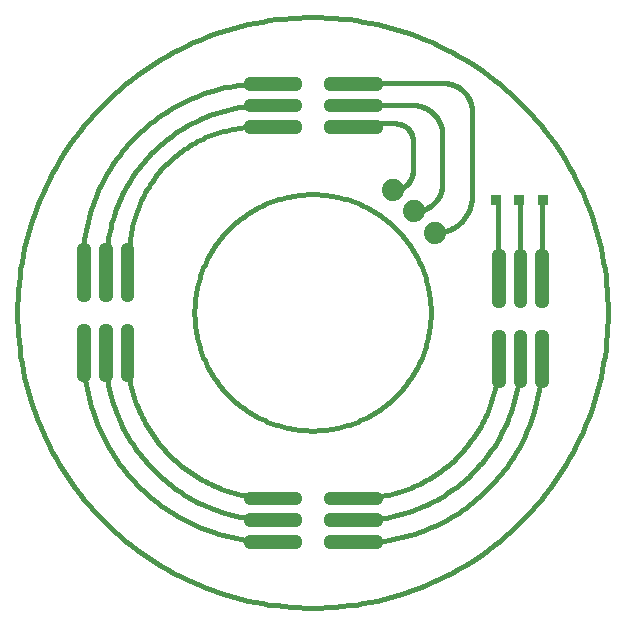
<source format=gtl>
G75*
%MOIN*%
%OFA0B0*%
%FSLAX25Y25*%
%IPPOS*%
%LPD*%
%AMOC8*
5,1,8,0,0,1.08239X$1,22.5*
%
%ADD10C,0.01600*%
%ADD11C,0.07400*%
%ADD12C,0.03780*%
%ADD13R,0.03562X0.03562*%
D10*
X0038374Y0086839D02*
X0038388Y0085668D01*
X0038431Y0084497D01*
X0038501Y0083328D01*
X0038600Y0082161D01*
X0038727Y0080997D01*
X0038883Y0079836D01*
X0039066Y0078680D01*
X0039277Y0077528D01*
X0039516Y0076381D01*
X0039782Y0075241D01*
X0040076Y0074107D01*
X0040398Y0072981D01*
X0040746Y0071862D01*
X0041121Y0070753D01*
X0041523Y0069653D01*
X0041952Y0068563D01*
X0042407Y0067484D01*
X0042887Y0066416D01*
X0043394Y0065360D01*
X0043925Y0064316D01*
X0044482Y0063286D01*
X0045064Y0062269D01*
X0045670Y0061267D01*
X0046299Y0060280D01*
X0046953Y0059308D01*
X0047630Y0058352D01*
X0048330Y0057413D01*
X0049052Y0056491D01*
X0049796Y0055587D01*
X0050562Y0054701D01*
X0051350Y0053834D01*
X0052157Y0052986D01*
X0052986Y0052157D01*
X0053834Y0051350D01*
X0054701Y0050562D01*
X0055587Y0049796D01*
X0056491Y0049052D01*
X0057413Y0048330D01*
X0058352Y0047630D01*
X0059308Y0046953D01*
X0060280Y0046299D01*
X0061267Y0045670D01*
X0062269Y0045064D01*
X0063286Y0044482D01*
X0064316Y0043925D01*
X0065360Y0043394D01*
X0066416Y0042887D01*
X0067484Y0042407D01*
X0068563Y0041952D01*
X0069653Y0041523D01*
X0070753Y0041121D01*
X0071862Y0040746D01*
X0072981Y0040398D01*
X0074107Y0040076D01*
X0075241Y0039782D01*
X0076381Y0039516D01*
X0077528Y0039277D01*
X0078680Y0039066D01*
X0079836Y0038883D01*
X0080997Y0038727D01*
X0082161Y0038600D01*
X0083328Y0038501D01*
X0084497Y0038431D01*
X0085668Y0038388D01*
X0086839Y0038374D01*
X0112036Y0023454D02*
X0115225Y0023454D01*
X0113611Y0023808D02*
X0112391Y0023808D01*
X0112354Y0023806D01*
X0112317Y0023800D01*
X0112282Y0023791D01*
X0112247Y0023777D01*
X0112214Y0023761D01*
X0112183Y0023740D01*
X0112154Y0023717D01*
X0112128Y0023691D01*
X0112105Y0023662D01*
X0112084Y0023631D01*
X0112068Y0023598D01*
X0112054Y0023563D01*
X0112045Y0023528D01*
X0112039Y0023491D01*
X0112037Y0023454D01*
X0113611Y0031091D02*
X0115580Y0031091D01*
X0115580Y0038375D02*
X0113611Y0038375D01*
X0115225Y0023454D02*
X0116709Y0023472D01*
X0118192Y0023526D01*
X0119674Y0023615D01*
X0121153Y0023741D01*
X0122628Y0023902D01*
X0124099Y0024098D01*
X0125565Y0024331D01*
X0127025Y0024598D01*
X0128478Y0024901D01*
X0129923Y0025239D01*
X0131360Y0025611D01*
X0132787Y0026018D01*
X0134204Y0026460D01*
X0135610Y0026936D01*
X0137004Y0027445D01*
X0138385Y0027988D01*
X0139753Y0028564D01*
X0141106Y0029173D01*
X0142444Y0029815D01*
X0143767Y0030489D01*
X0145073Y0031195D01*
X0146361Y0031931D01*
X0147631Y0032699D01*
X0148882Y0033498D01*
X0150114Y0034326D01*
X0151325Y0035184D01*
X0152515Y0036070D01*
X0153683Y0036986D01*
X0154829Y0037929D01*
X0155952Y0038900D01*
X0157051Y0039897D01*
X0158125Y0040921D01*
X0159175Y0041971D01*
X0160199Y0043045D01*
X0161196Y0044144D01*
X0162167Y0045267D01*
X0163110Y0046413D01*
X0164026Y0047581D01*
X0164912Y0048771D01*
X0165770Y0049982D01*
X0166598Y0051214D01*
X0167397Y0052465D01*
X0168165Y0053735D01*
X0168901Y0055023D01*
X0169607Y0056329D01*
X0170281Y0057652D01*
X0170923Y0058990D01*
X0171532Y0060343D01*
X0172108Y0061711D01*
X0172651Y0063092D01*
X0173160Y0064486D01*
X0173636Y0065892D01*
X0174078Y0067309D01*
X0174485Y0068736D01*
X0174857Y0070173D01*
X0175195Y0071618D01*
X0175498Y0073071D01*
X0175765Y0074531D01*
X0175998Y0075997D01*
X0176194Y0077468D01*
X0176355Y0078943D01*
X0176481Y0080422D01*
X0176570Y0081904D01*
X0176624Y0083387D01*
X0176642Y0084871D01*
X0176643Y0111643D02*
X0176643Y0137272D01*
X0176645Y0137309D01*
X0176651Y0137346D01*
X0176660Y0137381D01*
X0176674Y0137416D01*
X0176690Y0137449D01*
X0176711Y0137480D01*
X0176734Y0137509D01*
X0176760Y0137535D01*
X0176789Y0137558D01*
X0176820Y0137579D01*
X0176853Y0137595D01*
X0176888Y0137609D01*
X0176923Y0137618D01*
X0176960Y0137624D01*
X0176997Y0137626D01*
X0169359Y0137391D02*
X0169359Y0111643D01*
X0162076Y0111643D02*
X0162076Y0136800D01*
X0162074Y0136856D01*
X0162068Y0136913D01*
X0162059Y0136968D01*
X0162045Y0137023D01*
X0162028Y0137077D01*
X0162008Y0137129D01*
X0161983Y0137180D01*
X0161956Y0137230D01*
X0161925Y0137277D01*
X0161891Y0137322D01*
X0161853Y0137364D01*
X0161813Y0137404D01*
X0161771Y0137442D01*
X0161726Y0137476D01*
X0161679Y0137507D01*
X0161629Y0137534D01*
X0161578Y0137559D01*
X0161526Y0137579D01*
X0161472Y0137596D01*
X0161417Y0137610D01*
X0161362Y0137619D01*
X0161305Y0137625D01*
X0161249Y0137627D01*
X0169123Y0137627D02*
X0169151Y0137625D01*
X0169179Y0137620D01*
X0169207Y0137612D01*
X0169233Y0137600D01*
X0169257Y0137585D01*
X0169279Y0137568D01*
X0169300Y0137547D01*
X0169317Y0137525D01*
X0169332Y0137501D01*
X0169344Y0137475D01*
X0169352Y0137447D01*
X0169357Y0137419D01*
X0169359Y0137391D01*
X0153375Y0139106D02*
X0153375Y0167154D01*
X0153372Y0167383D01*
X0153364Y0167612D01*
X0153350Y0167841D01*
X0153331Y0168070D01*
X0153306Y0168298D01*
X0153275Y0168525D01*
X0153240Y0168751D01*
X0153198Y0168977D01*
X0153151Y0169201D01*
X0153099Y0169425D01*
X0153042Y0169647D01*
X0152979Y0169867D01*
X0152911Y0170086D01*
X0152837Y0170303D01*
X0152758Y0170518D01*
X0152675Y0170732D01*
X0152586Y0170943D01*
X0152491Y0171152D01*
X0152392Y0171359D01*
X0152288Y0171563D01*
X0152179Y0171765D01*
X0152065Y0171964D01*
X0151947Y0172160D01*
X0151823Y0172354D01*
X0151695Y0172544D01*
X0151563Y0172731D01*
X0151426Y0172915D01*
X0151285Y0173095D01*
X0151139Y0173272D01*
X0150989Y0173446D01*
X0150835Y0173615D01*
X0150677Y0173781D01*
X0150514Y0173944D01*
X0150348Y0174102D01*
X0150179Y0174256D01*
X0150005Y0174406D01*
X0149828Y0174552D01*
X0149648Y0174693D01*
X0149464Y0174830D01*
X0149277Y0174962D01*
X0149087Y0175090D01*
X0148893Y0175214D01*
X0148697Y0175332D01*
X0148498Y0175446D01*
X0148296Y0175555D01*
X0148092Y0175659D01*
X0147885Y0175758D01*
X0147676Y0175853D01*
X0147465Y0175942D01*
X0147251Y0176025D01*
X0147036Y0176104D01*
X0146819Y0176178D01*
X0146600Y0176246D01*
X0146380Y0176309D01*
X0146158Y0176366D01*
X0145934Y0176418D01*
X0145710Y0176465D01*
X0145484Y0176507D01*
X0145258Y0176542D01*
X0145031Y0176573D01*
X0144803Y0176598D01*
X0144574Y0176617D01*
X0144345Y0176631D01*
X0144116Y0176639D01*
X0143887Y0176642D01*
X0143887Y0176643D02*
X0113611Y0176643D01*
X0113611Y0169359D02*
X0133454Y0169359D01*
X0127784Y0163217D02*
X0121879Y0163217D01*
X0121877Y0163151D01*
X0121871Y0163084D01*
X0121862Y0163019D01*
X0121848Y0162954D01*
X0121831Y0162889D01*
X0121810Y0162826D01*
X0121786Y0162765D01*
X0121758Y0162704D01*
X0121726Y0162646D01*
X0121691Y0162589D01*
X0121653Y0162535D01*
X0121612Y0162483D01*
X0121568Y0162433D01*
X0121521Y0162386D01*
X0121471Y0162342D01*
X0121419Y0162301D01*
X0121365Y0162263D01*
X0121308Y0162228D01*
X0121250Y0162196D01*
X0121189Y0162168D01*
X0121128Y0162144D01*
X0121065Y0162123D01*
X0121000Y0162106D01*
X0120935Y0162092D01*
X0120870Y0162083D01*
X0120803Y0162077D01*
X0120737Y0162075D01*
X0120737Y0162076D02*
X0113611Y0162076D01*
X0127784Y0163218D02*
X0127936Y0163216D01*
X0128088Y0163210D01*
X0128240Y0163200D01*
X0128391Y0163187D01*
X0128542Y0163169D01*
X0128693Y0163148D01*
X0128843Y0163122D01*
X0128992Y0163093D01*
X0129141Y0163060D01*
X0129288Y0163023D01*
X0129435Y0162983D01*
X0129580Y0162938D01*
X0129724Y0162890D01*
X0129867Y0162838D01*
X0130009Y0162783D01*
X0130149Y0162724D01*
X0130288Y0162661D01*
X0130425Y0162595D01*
X0130560Y0162525D01*
X0130693Y0162452D01*
X0130824Y0162375D01*
X0130954Y0162295D01*
X0131081Y0162212D01*
X0131206Y0162126D01*
X0131329Y0162036D01*
X0131449Y0161943D01*
X0131567Y0161847D01*
X0131683Y0161748D01*
X0131796Y0161646D01*
X0131906Y0161542D01*
X0132014Y0161434D01*
X0132118Y0161324D01*
X0132220Y0161211D01*
X0132319Y0161095D01*
X0132415Y0160977D01*
X0132508Y0160857D01*
X0132598Y0160734D01*
X0132684Y0160609D01*
X0132767Y0160482D01*
X0132847Y0160352D01*
X0132924Y0160221D01*
X0132997Y0160088D01*
X0133067Y0159953D01*
X0133133Y0159816D01*
X0133196Y0159677D01*
X0133255Y0159537D01*
X0133310Y0159395D01*
X0133362Y0159252D01*
X0133410Y0159108D01*
X0133455Y0158963D01*
X0133495Y0158816D01*
X0133532Y0158669D01*
X0133565Y0158520D01*
X0133594Y0158371D01*
X0133620Y0158221D01*
X0133641Y0158070D01*
X0133659Y0157919D01*
X0133672Y0157768D01*
X0133682Y0157616D01*
X0133688Y0157464D01*
X0133690Y0157312D01*
X0133690Y0147706D01*
X0143533Y0143406D02*
X0143530Y0143176D01*
X0143522Y0142947D01*
X0143508Y0142718D01*
X0143489Y0142489D01*
X0143464Y0142260D01*
X0143433Y0142033D01*
X0143397Y0141806D01*
X0143356Y0141580D01*
X0143309Y0141355D01*
X0143257Y0141132D01*
X0143199Y0140909D01*
X0143136Y0140688D01*
X0143068Y0140469D01*
X0142994Y0140252D01*
X0142915Y0140036D01*
X0142831Y0139822D01*
X0142742Y0139610D01*
X0142648Y0139401D01*
X0142549Y0139194D01*
X0142444Y0138989D01*
X0142335Y0138787D01*
X0142221Y0138588D01*
X0142102Y0138391D01*
X0141979Y0138198D01*
X0141851Y0138007D01*
X0141718Y0137820D01*
X0141581Y0137636D01*
X0141439Y0137455D01*
X0141293Y0137277D01*
X0141143Y0137104D01*
X0140988Y0136934D01*
X0140830Y0136767D01*
X0140668Y0136605D01*
X0140501Y0136447D01*
X0140331Y0136292D01*
X0140158Y0136142D01*
X0139980Y0135996D01*
X0139799Y0135854D01*
X0139615Y0135717D01*
X0139428Y0135584D01*
X0139237Y0135456D01*
X0139044Y0135333D01*
X0138847Y0135214D01*
X0138648Y0135100D01*
X0138446Y0134991D01*
X0138241Y0134886D01*
X0138034Y0134787D01*
X0137825Y0134693D01*
X0137613Y0134604D01*
X0137399Y0134520D01*
X0137183Y0134441D01*
X0136966Y0134367D01*
X0136747Y0134299D01*
X0136526Y0134236D01*
X0136303Y0134178D01*
X0136080Y0134126D01*
X0135855Y0134079D01*
X0135629Y0134038D01*
X0135402Y0134002D01*
X0135175Y0133971D01*
X0134946Y0133946D01*
X0134717Y0133927D01*
X0134488Y0133913D01*
X0134259Y0133905D01*
X0134029Y0133902D01*
X0141100Y0126831D02*
X0141397Y0126835D01*
X0141693Y0126845D01*
X0141989Y0126863D01*
X0142285Y0126888D01*
X0142580Y0126920D01*
X0142874Y0126960D01*
X0143167Y0127006D01*
X0143458Y0127060D01*
X0143749Y0127120D01*
X0144038Y0127188D01*
X0144325Y0127262D01*
X0144610Y0127344D01*
X0144893Y0127432D01*
X0145174Y0127527D01*
X0145453Y0127629D01*
X0145729Y0127737D01*
X0146002Y0127852D01*
X0146273Y0127974D01*
X0146540Y0128102D01*
X0146804Y0128237D01*
X0147065Y0128378D01*
X0147323Y0128525D01*
X0147577Y0128679D01*
X0147827Y0128838D01*
X0148073Y0129004D01*
X0148315Y0129175D01*
X0148553Y0129353D01*
X0148786Y0129535D01*
X0149015Y0129724D01*
X0149240Y0129918D01*
X0149459Y0130117D01*
X0149674Y0130322D01*
X0149884Y0130532D01*
X0150089Y0130747D01*
X0150288Y0130966D01*
X0150482Y0131191D01*
X0150671Y0131420D01*
X0150853Y0131653D01*
X0151031Y0131891D01*
X0151202Y0132133D01*
X0151368Y0132379D01*
X0151527Y0132629D01*
X0151681Y0132883D01*
X0151828Y0133141D01*
X0151969Y0133402D01*
X0152104Y0133666D01*
X0152232Y0133933D01*
X0152354Y0134204D01*
X0152469Y0134477D01*
X0152577Y0134753D01*
X0152679Y0135032D01*
X0152774Y0135313D01*
X0152862Y0135596D01*
X0152944Y0135881D01*
X0153018Y0136168D01*
X0153086Y0136457D01*
X0153146Y0136748D01*
X0153200Y0137039D01*
X0153246Y0137332D01*
X0153286Y0137626D01*
X0153318Y0137921D01*
X0153343Y0138217D01*
X0153361Y0138513D01*
X0153371Y0138809D01*
X0153375Y0139106D01*
X0143532Y0143406D02*
X0143532Y0159280D01*
X0143533Y0159280D02*
X0143530Y0159524D01*
X0143521Y0159767D01*
X0143507Y0160010D01*
X0143486Y0160253D01*
X0143460Y0160495D01*
X0143427Y0160736D01*
X0143389Y0160977D01*
X0143345Y0161216D01*
X0143296Y0161455D01*
X0143240Y0161692D01*
X0143179Y0161928D01*
X0143112Y0162162D01*
X0143040Y0162395D01*
X0142962Y0162625D01*
X0142878Y0162854D01*
X0142789Y0163081D01*
X0142694Y0163305D01*
X0142594Y0163527D01*
X0142489Y0163747D01*
X0142379Y0163964D01*
X0142263Y0164178D01*
X0142142Y0164390D01*
X0142016Y0164598D01*
X0141885Y0164803D01*
X0141749Y0165006D01*
X0141608Y0165204D01*
X0141463Y0165400D01*
X0141312Y0165591D01*
X0141158Y0165779D01*
X0140998Y0165964D01*
X0140835Y0166144D01*
X0140667Y0166320D01*
X0140494Y0166493D01*
X0140318Y0166661D01*
X0140138Y0166824D01*
X0139953Y0166984D01*
X0139765Y0167138D01*
X0139574Y0167289D01*
X0139378Y0167434D01*
X0139180Y0167575D01*
X0138977Y0167711D01*
X0138772Y0167842D01*
X0138564Y0167968D01*
X0138352Y0168089D01*
X0138138Y0168205D01*
X0137921Y0168315D01*
X0137701Y0168420D01*
X0137479Y0168520D01*
X0137255Y0168615D01*
X0137028Y0168704D01*
X0136799Y0168788D01*
X0136569Y0168866D01*
X0136336Y0168938D01*
X0136102Y0169005D01*
X0135866Y0169066D01*
X0135629Y0169122D01*
X0135390Y0169171D01*
X0135151Y0169215D01*
X0134910Y0169253D01*
X0134669Y0169286D01*
X0134427Y0169312D01*
X0134184Y0169333D01*
X0133941Y0169347D01*
X0133698Y0169356D01*
X0133454Y0169359D01*
X0133689Y0147706D02*
X0133687Y0147543D01*
X0133681Y0147381D01*
X0133671Y0147218D01*
X0133658Y0147056D01*
X0133640Y0146895D01*
X0133618Y0146733D01*
X0133593Y0146573D01*
X0133564Y0146413D01*
X0133530Y0146253D01*
X0133493Y0146095D01*
X0133453Y0145937D01*
X0133408Y0145781D01*
X0133360Y0145626D01*
X0133307Y0145472D01*
X0133252Y0145319D01*
X0133192Y0145167D01*
X0133129Y0145017D01*
X0133062Y0144869D01*
X0132992Y0144722D01*
X0132918Y0144577D01*
X0132841Y0144434D01*
X0132760Y0144293D01*
X0132676Y0144154D01*
X0132588Y0144017D01*
X0132497Y0143882D01*
X0132403Y0143749D01*
X0132306Y0143619D01*
X0132206Y0143491D01*
X0132102Y0143365D01*
X0131996Y0143242D01*
X0131887Y0143121D01*
X0131774Y0143004D01*
X0131659Y0142889D01*
X0131542Y0142776D01*
X0131421Y0142667D01*
X0131298Y0142561D01*
X0131172Y0142457D01*
X0131044Y0142357D01*
X0130914Y0142260D01*
X0130781Y0142166D01*
X0130646Y0142075D01*
X0130509Y0141987D01*
X0130370Y0141903D01*
X0130229Y0141822D01*
X0130086Y0141745D01*
X0129941Y0141671D01*
X0129794Y0141601D01*
X0129646Y0141534D01*
X0129496Y0141471D01*
X0129344Y0141411D01*
X0129191Y0141356D01*
X0129037Y0141303D01*
X0128882Y0141255D01*
X0128726Y0141210D01*
X0128568Y0141170D01*
X0128410Y0141133D01*
X0128250Y0141099D01*
X0128090Y0141070D01*
X0127930Y0141045D01*
X0127768Y0141023D01*
X0127607Y0141005D01*
X0127445Y0140992D01*
X0127282Y0140982D01*
X0127120Y0140976D01*
X0126957Y0140974D01*
X0086839Y0162076D02*
X0081367Y0162076D01*
X0084713Y0169359D02*
X0086839Y0169359D01*
X0086839Y0176643D02*
X0084123Y0176643D01*
X0081367Y0162075D02*
X0080348Y0162063D01*
X0079330Y0162026D01*
X0078313Y0161964D01*
X0077297Y0161878D01*
X0076285Y0161768D01*
X0075275Y0161633D01*
X0074268Y0161473D01*
X0073266Y0161289D01*
X0072268Y0161082D01*
X0071276Y0160850D01*
X0070290Y0160594D01*
X0069310Y0160314D01*
X0068337Y0160011D01*
X0067372Y0159685D01*
X0066415Y0159335D01*
X0065467Y0158962D01*
X0064528Y0158567D01*
X0063599Y0158148D01*
X0062680Y0157708D01*
X0061772Y0157245D01*
X0060876Y0156761D01*
X0059991Y0156255D01*
X0059119Y0155728D01*
X0058260Y0155180D01*
X0057415Y0154611D01*
X0056583Y0154022D01*
X0055766Y0153413D01*
X0054964Y0152785D01*
X0054177Y0152137D01*
X0053406Y0151471D01*
X0052652Y0150786D01*
X0051914Y0150083D01*
X0051194Y0149363D01*
X0050491Y0148625D01*
X0049806Y0147871D01*
X0049140Y0147100D01*
X0048492Y0146313D01*
X0047864Y0145511D01*
X0047255Y0144694D01*
X0046666Y0143862D01*
X0046097Y0143017D01*
X0045549Y0142158D01*
X0045022Y0141286D01*
X0044516Y0140401D01*
X0044032Y0139505D01*
X0043569Y0138597D01*
X0043129Y0137678D01*
X0042710Y0136749D01*
X0042315Y0135810D01*
X0041942Y0134862D01*
X0041592Y0133905D01*
X0041266Y0132940D01*
X0040963Y0131967D01*
X0040683Y0130987D01*
X0040427Y0130001D01*
X0040195Y0129009D01*
X0039988Y0128011D01*
X0039804Y0127009D01*
X0039644Y0126002D01*
X0039509Y0124992D01*
X0039399Y0123980D01*
X0039313Y0122964D01*
X0039251Y0121947D01*
X0039214Y0120929D01*
X0039202Y0119910D01*
X0039202Y0114438D01*
X0039200Y0114382D01*
X0039194Y0114325D01*
X0039185Y0114270D01*
X0039171Y0114215D01*
X0039154Y0114161D01*
X0039134Y0114109D01*
X0039109Y0114058D01*
X0039082Y0114008D01*
X0039051Y0113961D01*
X0039017Y0113916D01*
X0038979Y0113874D01*
X0038939Y0113834D01*
X0038897Y0113796D01*
X0038852Y0113762D01*
X0038805Y0113731D01*
X0038755Y0113704D01*
X0038704Y0113679D01*
X0038652Y0113659D01*
X0038598Y0113642D01*
X0038543Y0113628D01*
X0038488Y0113619D01*
X0038431Y0113613D01*
X0038375Y0113611D01*
X0031328Y0113847D02*
X0031328Y0115973D01*
X0031327Y0113847D02*
X0031325Y0113819D01*
X0031320Y0113791D01*
X0031312Y0113763D01*
X0031300Y0113737D01*
X0031285Y0113713D01*
X0031268Y0113691D01*
X0031247Y0113670D01*
X0031225Y0113653D01*
X0031201Y0113638D01*
X0031175Y0113626D01*
X0031147Y0113618D01*
X0031119Y0113613D01*
X0031091Y0113611D01*
X0023808Y0113611D02*
X0023771Y0113613D01*
X0023734Y0113619D01*
X0023699Y0113628D01*
X0023664Y0113642D01*
X0023631Y0113658D01*
X0023600Y0113679D01*
X0023571Y0113702D01*
X0023545Y0113728D01*
X0023522Y0113757D01*
X0023501Y0113788D01*
X0023485Y0113821D01*
X0023471Y0113856D01*
X0023462Y0113891D01*
X0023456Y0113928D01*
X0023454Y0113965D01*
X0023454Y0115973D01*
X0023472Y0117439D01*
X0023525Y0118904D01*
X0023613Y0120368D01*
X0023737Y0121828D01*
X0023896Y0123286D01*
X0024091Y0124739D01*
X0024320Y0126187D01*
X0024584Y0127629D01*
X0024883Y0129064D01*
X0025217Y0130492D01*
X0025585Y0131911D01*
X0025987Y0133321D01*
X0026423Y0134721D01*
X0026893Y0136110D01*
X0027396Y0137487D01*
X0027933Y0138851D01*
X0028502Y0140202D01*
X0029104Y0141539D01*
X0029738Y0142861D01*
X0030403Y0144167D01*
X0031100Y0145457D01*
X0031828Y0146730D01*
X0032587Y0147984D01*
X0033375Y0149220D01*
X0034193Y0150437D01*
X0035041Y0151633D01*
X0035917Y0152809D01*
X0036821Y0153963D01*
X0037753Y0155095D01*
X0038712Y0156204D01*
X0039697Y0157290D01*
X0040708Y0158351D01*
X0041745Y0159388D01*
X0042806Y0160399D01*
X0043892Y0161384D01*
X0045001Y0162343D01*
X0046133Y0163275D01*
X0047287Y0164179D01*
X0048463Y0165055D01*
X0049659Y0165903D01*
X0050876Y0166721D01*
X0052112Y0167509D01*
X0053366Y0168268D01*
X0054639Y0168996D01*
X0055929Y0169693D01*
X0057235Y0170358D01*
X0058557Y0170992D01*
X0059894Y0171594D01*
X0061245Y0172163D01*
X0062609Y0172700D01*
X0063986Y0173203D01*
X0065375Y0173673D01*
X0066775Y0174109D01*
X0068185Y0174511D01*
X0069604Y0174879D01*
X0071032Y0175213D01*
X0072467Y0175512D01*
X0073909Y0175776D01*
X0075357Y0176005D01*
X0076810Y0176200D01*
X0078268Y0176359D01*
X0079728Y0176483D01*
X0081192Y0176571D01*
X0082657Y0176624D01*
X0084123Y0176642D01*
X0084713Y0169359D02*
X0083423Y0169343D01*
X0082134Y0169297D01*
X0080846Y0169219D01*
X0079561Y0169110D01*
X0078278Y0168970D01*
X0076999Y0168799D01*
X0075725Y0168597D01*
X0074456Y0168364D01*
X0073193Y0168101D01*
X0071937Y0167808D01*
X0070688Y0167484D01*
X0069448Y0167130D01*
X0068216Y0166746D01*
X0066994Y0166333D01*
X0065782Y0165890D01*
X0064581Y0165418D01*
X0063393Y0164917D01*
X0062216Y0164387D01*
X0061053Y0163830D01*
X0059903Y0163244D01*
X0058768Y0162631D01*
X0057648Y0161990D01*
X0056544Y0161323D01*
X0055457Y0160629D01*
X0054386Y0159909D01*
X0053333Y0159163D01*
X0052299Y0158392D01*
X0051283Y0157597D01*
X0050287Y0156777D01*
X0049312Y0155933D01*
X0048356Y0155066D01*
X0047422Y0154176D01*
X0046510Y0153264D01*
X0045620Y0152330D01*
X0044753Y0151374D01*
X0043909Y0150399D01*
X0043089Y0149403D01*
X0042294Y0148387D01*
X0041523Y0147353D01*
X0040777Y0146300D01*
X0040057Y0145229D01*
X0039363Y0144142D01*
X0038696Y0143038D01*
X0038055Y0141918D01*
X0037442Y0140783D01*
X0036856Y0139633D01*
X0036299Y0138470D01*
X0035769Y0137293D01*
X0035268Y0136105D01*
X0034796Y0134904D01*
X0034353Y0133692D01*
X0033940Y0132470D01*
X0033556Y0131238D01*
X0033202Y0129998D01*
X0032878Y0128749D01*
X0032585Y0127493D01*
X0032322Y0126230D01*
X0032089Y0124961D01*
X0031887Y0123687D01*
X0031716Y0122408D01*
X0031576Y0121125D01*
X0031467Y0119840D01*
X0031389Y0118552D01*
X0031343Y0117263D01*
X0031327Y0115973D01*
X0031091Y0086839D02*
X0031107Y0085492D01*
X0031156Y0084146D01*
X0031237Y0082801D01*
X0031351Y0081459D01*
X0031497Y0080119D01*
X0031676Y0078784D01*
X0031887Y0077453D01*
X0032130Y0076128D01*
X0032404Y0074809D01*
X0032711Y0073498D01*
X0033049Y0072194D01*
X0033419Y0070898D01*
X0033820Y0069612D01*
X0034251Y0068336D01*
X0034714Y0067070D01*
X0035207Y0065817D01*
X0035730Y0064575D01*
X0036283Y0063347D01*
X0036865Y0062132D01*
X0037477Y0060932D01*
X0038117Y0059746D01*
X0038786Y0058577D01*
X0039483Y0057424D01*
X0040207Y0056288D01*
X0040959Y0055171D01*
X0041738Y0054071D01*
X0042543Y0052991D01*
X0043374Y0051930D01*
X0044230Y0050890D01*
X0045111Y0049871D01*
X0046016Y0048874D01*
X0046946Y0047898D01*
X0047898Y0046946D01*
X0048874Y0046016D01*
X0049871Y0045111D01*
X0050890Y0044230D01*
X0051930Y0043374D01*
X0052991Y0042543D01*
X0054071Y0041738D01*
X0055171Y0040959D01*
X0056288Y0040207D01*
X0057424Y0039483D01*
X0058577Y0038786D01*
X0059746Y0038117D01*
X0060932Y0037477D01*
X0062132Y0036865D01*
X0063347Y0036283D01*
X0064575Y0035730D01*
X0065817Y0035207D01*
X0067070Y0034714D01*
X0068336Y0034251D01*
X0069612Y0033820D01*
X0070898Y0033419D01*
X0072194Y0033049D01*
X0073498Y0032711D01*
X0074809Y0032404D01*
X0076128Y0032130D01*
X0077453Y0031887D01*
X0078784Y0031676D01*
X0080119Y0031497D01*
X0081459Y0031351D01*
X0082801Y0031237D01*
X0084146Y0031156D01*
X0085492Y0031107D01*
X0086839Y0031091D01*
X0115580Y0038375D02*
X0116704Y0038389D01*
X0117826Y0038429D01*
X0118948Y0038497D01*
X0120068Y0038592D01*
X0121184Y0038714D01*
X0122298Y0038863D01*
X0123408Y0039039D01*
X0124513Y0039241D01*
X0125613Y0039470D01*
X0126707Y0039726D01*
X0127795Y0040008D01*
X0128875Y0040316D01*
X0129948Y0040651D01*
X0131012Y0041011D01*
X0132068Y0041396D01*
X0133113Y0041808D01*
X0134149Y0042244D01*
X0135173Y0042705D01*
X0136187Y0043191D01*
X0137188Y0043701D01*
X0138176Y0044235D01*
X0139152Y0044793D01*
X0140113Y0045374D01*
X0141060Y0045978D01*
X0141993Y0046606D01*
X0142910Y0047255D01*
X0143811Y0047926D01*
X0144695Y0048619D01*
X0145563Y0049333D01*
X0146413Y0050068D01*
X0147245Y0050823D01*
X0148058Y0051599D01*
X0148852Y0052393D01*
X0149628Y0053206D01*
X0150383Y0054038D01*
X0151118Y0054888D01*
X0151832Y0055756D01*
X0152525Y0056640D01*
X0153196Y0057541D01*
X0153845Y0058458D01*
X0154473Y0059391D01*
X0155077Y0060338D01*
X0155658Y0061299D01*
X0156216Y0062275D01*
X0156750Y0063263D01*
X0157260Y0064264D01*
X0157746Y0065278D01*
X0158207Y0066302D01*
X0158643Y0067338D01*
X0159055Y0068383D01*
X0159440Y0069439D01*
X0159800Y0070503D01*
X0160135Y0071576D01*
X0160443Y0072656D01*
X0160725Y0073744D01*
X0160981Y0074838D01*
X0161210Y0075938D01*
X0161412Y0077043D01*
X0161588Y0078153D01*
X0161737Y0079267D01*
X0161859Y0080383D01*
X0161954Y0081503D01*
X0162022Y0082625D01*
X0162062Y0083747D01*
X0162076Y0084871D01*
X0169360Y0084871D02*
X0169344Y0083571D01*
X0169297Y0082273D01*
X0169219Y0080975D01*
X0169109Y0079680D01*
X0168968Y0078389D01*
X0168796Y0077100D01*
X0168592Y0075817D01*
X0168358Y0074538D01*
X0168093Y0073266D01*
X0167797Y0072001D01*
X0167471Y0070743D01*
X0167114Y0069493D01*
X0166728Y0068252D01*
X0166311Y0067021D01*
X0165865Y0065800D01*
X0165390Y0064591D01*
X0164885Y0063393D01*
X0164352Y0062208D01*
X0163790Y0061036D01*
X0163200Y0059878D01*
X0162582Y0058735D01*
X0161937Y0057607D01*
X0161264Y0056495D01*
X0160565Y0055399D01*
X0159840Y0054320D01*
X0159089Y0053260D01*
X0158312Y0052218D01*
X0157511Y0051195D01*
X0156685Y0050191D01*
X0155835Y0049208D01*
X0154961Y0048246D01*
X0154065Y0047305D01*
X0153146Y0046386D01*
X0152205Y0045490D01*
X0151243Y0044616D01*
X0150260Y0043766D01*
X0149256Y0042940D01*
X0148233Y0042139D01*
X0147191Y0041362D01*
X0146131Y0040611D01*
X0145052Y0039886D01*
X0143956Y0039187D01*
X0142844Y0038514D01*
X0141716Y0037869D01*
X0140573Y0037251D01*
X0139415Y0036661D01*
X0138243Y0036099D01*
X0137058Y0035566D01*
X0135860Y0035061D01*
X0134651Y0034586D01*
X0133430Y0034140D01*
X0132199Y0033723D01*
X0130958Y0033337D01*
X0129708Y0032980D01*
X0128450Y0032654D01*
X0127185Y0032358D01*
X0125913Y0032093D01*
X0124634Y0031859D01*
X0123351Y0031655D01*
X0122062Y0031483D01*
X0120771Y0031342D01*
X0119476Y0031232D01*
X0118178Y0031154D01*
X0116880Y0031107D01*
X0115580Y0031091D01*
X0086839Y0023808D02*
X0085316Y0023826D01*
X0083794Y0023882D01*
X0082273Y0023974D01*
X0080756Y0024102D01*
X0079241Y0024268D01*
X0077732Y0024469D01*
X0076227Y0024708D01*
X0074729Y0024982D01*
X0073238Y0025293D01*
X0071755Y0025640D01*
X0070280Y0026022D01*
X0068816Y0026440D01*
X0067361Y0026893D01*
X0065919Y0027381D01*
X0064488Y0027904D01*
X0063070Y0028461D01*
X0061667Y0029053D01*
X0060278Y0029678D01*
X0058904Y0030336D01*
X0057547Y0031028D01*
X0056207Y0031752D01*
X0054885Y0032508D01*
X0053581Y0033296D01*
X0052297Y0034115D01*
X0051033Y0034966D01*
X0049790Y0035846D01*
X0048569Y0036756D01*
X0047370Y0037695D01*
X0046194Y0038663D01*
X0045042Y0039660D01*
X0043914Y0040683D01*
X0042811Y0041734D01*
X0041734Y0042811D01*
X0040683Y0043914D01*
X0039660Y0045042D01*
X0038663Y0046194D01*
X0037695Y0047370D01*
X0036756Y0048569D01*
X0035846Y0049790D01*
X0034966Y0051033D01*
X0034115Y0052297D01*
X0033296Y0053581D01*
X0032508Y0054885D01*
X0031752Y0056207D01*
X0031028Y0057547D01*
X0030336Y0058904D01*
X0029678Y0060278D01*
X0029053Y0061667D01*
X0028461Y0063070D01*
X0027904Y0064488D01*
X0027381Y0065919D01*
X0026893Y0067361D01*
X0026440Y0068816D01*
X0026022Y0070280D01*
X0025640Y0071755D01*
X0025293Y0073238D01*
X0024982Y0074729D01*
X0024708Y0076227D01*
X0024469Y0077732D01*
X0024268Y0079241D01*
X0024102Y0080756D01*
X0023974Y0082273D01*
X0023882Y0083794D01*
X0023826Y0085316D01*
X0023808Y0086839D01*
X0060855Y0100225D02*
X0060867Y0101191D01*
X0060902Y0102157D01*
X0060962Y0103121D01*
X0061045Y0104084D01*
X0061151Y0105044D01*
X0061281Y0106002D01*
X0061435Y0106956D01*
X0061611Y0107906D01*
X0061812Y0108851D01*
X0062035Y0109791D01*
X0062281Y0110725D01*
X0062550Y0111654D01*
X0062842Y0112575D01*
X0063156Y0113488D01*
X0063493Y0114394D01*
X0063852Y0115291D01*
X0064233Y0116179D01*
X0064635Y0117058D01*
X0065059Y0117926D01*
X0065504Y0118784D01*
X0065970Y0119630D01*
X0066456Y0120465D01*
X0066963Y0121288D01*
X0067490Y0122098D01*
X0068037Y0122895D01*
X0068603Y0123678D01*
X0069188Y0124447D01*
X0069792Y0125201D01*
X0070414Y0125940D01*
X0071054Y0126664D01*
X0071711Y0127372D01*
X0072386Y0128064D01*
X0073078Y0128739D01*
X0073786Y0129396D01*
X0074510Y0130036D01*
X0075249Y0130658D01*
X0076003Y0131262D01*
X0076772Y0131847D01*
X0077555Y0132413D01*
X0078352Y0132960D01*
X0079162Y0133487D01*
X0079985Y0133994D01*
X0080820Y0134480D01*
X0081666Y0134946D01*
X0082524Y0135391D01*
X0083392Y0135815D01*
X0084271Y0136217D01*
X0085159Y0136598D01*
X0086056Y0136957D01*
X0086962Y0137294D01*
X0087875Y0137608D01*
X0088796Y0137900D01*
X0089725Y0138169D01*
X0090659Y0138415D01*
X0091599Y0138638D01*
X0092544Y0138839D01*
X0093494Y0139015D01*
X0094448Y0139169D01*
X0095406Y0139299D01*
X0096366Y0139405D01*
X0097329Y0139488D01*
X0098293Y0139548D01*
X0099259Y0139583D01*
X0100225Y0139595D01*
X0101191Y0139583D01*
X0102157Y0139548D01*
X0103121Y0139488D01*
X0104084Y0139405D01*
X0105044Y0139299D01*
X0106002Y0139169D01*
X0106956Y0139015D01*
X0107906Y0138839D01*
X0108851Y0138638D01*
X0109791Y0138415D01*
X0110725Y0138169D01*
X0111654Y0137900D01*
X0112575Y0137608D01*
X0113488Y0137294D01*
X0114394Y0136957D01*
X0115291Y0136598D01*
X0116179Y0136217D01*
X0117058Y0135815D01*
X0117926Y0135391D01*
X0118784Y0134946D01*
X0119630Y0134480D01*
X0120465Y0133994D01*
X0121288Y0133487D01*
X0122098Y0132960D01*
X0122895Y0132413D01*
X0123678Y0131847D01*
X0124447Y0131262D01*
X0125201Y0130658D01*
X0125940Y0130036D01*
X0126664Y0129396D01*
X0127372Y0128739D01*
X0128064Y0128064D01*
X0128739Y0127372D01*
X0129396Y0126664D01*
X0130036Y0125940D01*
X0130658Y0125201D01*
X0131262Y0124447D01*
X0131847Y0123678D01*
X0132413Y0122895D01*
X0132960Y0122098D01*
X0133487Y0121288D01*
X0133994Y0120465D01*
X0134480Y0119630D01*
X0134946Y0118784D01*
X0135391Y0117926D01*
X0135815Y0117058D01*
X0136217Y0116179D01*
X0136598Y0115291D01*
X0136957Y0114394D01*
X0137294Y0113488D01*
X0137608Y0112575D01*
X0137900Y0111654D01*
X0138169Y0110725D01*
X0138415Y0109791D01*
X0138638Y0108851D01*
X0138839Y0107906D01*
X0139015Y0106956D01*
X0139169Y0106002D01*
X0139299Y0105044D01*
X0139405Y0104084D01*
X0139488Y0103121D01*
X0139548Y0102157D01*
X0139583Y0101191D01*
X0139595Y0100225D01*
X0139583Y0099259D01*
X0139548Y0098293D01*
X0139488Y0097329D01*
X0139405Y0096366D01*
X0139299Y0095406D01*
X0139169Y0094448D01*
X0139015Y0093494D01*
X0138839Y0092544D01*
X0138638Y0091599D01*
X0138415Y0090659D01*
X0138169Y0089725D01*
X0137900Y0088796D01*
X0137608Y0087875D01*
X0137294Y0086962D01*
X0136957Y0086056D01*
X0136598Y0085159D01*
X0136217Y0084271D01*
X0135815Y0083392D01*
X0135391Y0082524D01*
X0134946Y0081666D01*
X0134480Y0080820D01*
X0133994Y0079985D01*
X0133487Y0079162D01*
X0132960Y0078352D01*
X0132413Y0077555D01*
X0131847Y0076772D01*
X0131262Y0076003D01*
X0130658Y0075249D01*
X0130036Y0074510D01*
X0129396Y0073786D01*
X0128739Y0073078D01*
X0128064Y0072386D01*
X0127372Y0071711D01*
X0126664Y0071054D01*
X0125940Y0070414D01*
X0125201Y0069792D01*
X0124447Y0069188D01*
X0123678Y0068603D01*
X0122895Y0068037D01*
X0122098Y0067490D01*
X0121288Y0066963D01*
X0120465Y0066456D01*
X0119630Y0065970D01*
X0118784Y0065504D01*
X0117926Y0065059D01*
X0117058Y0064635D01*
X0116179Y0064233D01*
X0115291Y0063852D01*
X0114394Y0063493D01*
X0113488Y0063156D01*
X0112575Y0062842D01*
X0111654Y0062550D01*
X0110725Y0062281D01*
X0109791Y0062035D01*
X0108851Y0061812D01*
X0107906Y0061611D01*
X0106956Y0061435D01*
X0106002Y0061281D01*
X0105044Y0061151D01*
X0104084Y0061045D01*
X0103121Y0060962D01*
X0102157Y0060902D01*
X0101191Y0060867D01*
X0100225Y0060855D01*
X0099259Y0060867D01*
X0098293Y0060902D01*
X0097329Y0060962D01*
X0096366Y0061045D01*
X0095406Y0061151D01*
X0094448Y0061281D01*
X0093494Y0061435D01*
X0092544Y0061611D01*
X0091599Y0061812D01*
X0090659Y0062035D01*
X0089725Y0062281D01*
X0088796Y0062550D01*
X0087875Y0062842D01*
X0086962Y0063156D01*
X0086056Y0063493D01*
X0085159Y0063852D01*
X0084271Y0064233D01*
X0083392Y0064635D01*
X0082524Y0065059D01*
X0081666Y0065504D01*
X0080820Y0065970D01*
X0079985Y0066456D01*
X0079162Y0066963D01*
X0078352Y0067490D01*
X0077555Y0068037D01*
X0076772Y0068603D01*
X0076003Y0069188D01*
X0075249Y0069792D01*
X0074510Y0070414D01*
X0073786Y0071054D01*
X0073078Y0071711D01*
X0072386Y0072386D01*
X0071711Y0073078D01*
X0071054Y0073786D01*
X0070414Y0074510D01*
X0069792Y0075249D01*
X0069188Y0076003D01*
X0068603Y0076772D01*
X0068037Y0077555D01*
X0067490Y0078352D01*
X0066963Y0079162D01*
X0066456Y0079985D01*
X0065970Y0080820D01*
X0065504Y0081666D01*
X0065059Y0082524D01*
X0064635Y0083392D01*
X0064233Y0084271D01*
X0063852Y0085159D01*
X0063493Y0086056D01*
X0063156Y0086962D01*
X0062842Y0087875D01*
X0062550Y0088796D01*
X0062281Y0089725D01*
X0062035Y0090659D01*
X0061812Y0091599D01*
X0061611Y0092544D01*
X0061435Y0093494D01*
X0061281Y0094448D01*
X0061151Y0095406D01*
X0061045Y0096366D01*
X0060962Y0097329D01*
X0060902Y0098293D01*
X0060867Y0099259D01*
X0060855Y0100225D01*
X0001800Y0100225D02*
X0001830Y0102640D01*
X0001919Y0105054D01*
X0002067Y0107466D01*
X0002274Y0109872D01*
X0002540Y0112273D01*
X0002865Y0114667D01*
X0003249Y0117052D01*
X0003691Y0119427D01*
X0004192Y0121790D01*
X0004750Y0124140D01*
X0005365Y0126476D01*
X0006038Y0128796D01*
X0006768Y0131099D01*
X0007554Y0133383D01*
X0008395Y0135648D01*
X0009292Y0137891D01*
X0010244Y0140111D01*
X0011250Y0142307D01*
X0012309Y0144478D01*
X0013422Y0146622D01*
X0014587Y0148739D01*
X0015803Y0150826D01*
X0017070Y0152882D01*
X0018388Y0154907D01*
X0019754Y0156899D01*
X0021169Y0158857D01*
X0022632Y0160779D01*
X0024141Y0162665D01*
X0025697Y0164514D01*
X0027297Y0166323D01*
X0028941Y0168093D01*
X0030628Y0169822D01*
X0032357Y0171509D01*
X0034127Y0173153D01*
X0035936Y0174753D01*
X0037785Y0176309D01*
X0039671Y0177818D01*
X0041593Y0179281D01*
X0043551Y0180696D01*
X0045543Y0182062D01*
X0047568Y0183380D01*
X0049624Y0184647D01*
X0051711Y0185863D01*
X0053828Y0187028D01*
X0055972Y0188141D01*
X0058143Y0189200D01*
X0060339Y0190206D01*
X0062559Y0191158D01*
X0064802Y0192055D01*
X0067067Y0192896D01*
X0069351Y0193682D01*
X0071654Y0194412D01*
X0073974Y0195085D01*
X0076310Y0195700D01*
X0078660Y0196258D01*
X0081023Y0196759D01*
X0083398Y0197201D01*
X0085783Y0197585D01*
X0088177Y0197910D01*
X0090578Y0198176D01*
X0092984Y0198383D01*
X0095396Y0198531D01*
X0097810Y0198620D01*
X0100225Y0198650D01*
X0102640Y0198620D01*
X0105054Y0198531D01*
X0107466Y0198383D01*
X0109872Y0198176D01*
X0112273Y0197910D01*
X0114667Y0197585D01*
X0117052Y0197201D01*
X0119427Y0196759D01*
X0121790Y0196258D01*
X0124140Y0195700D01*
X0126476Y0195085D01*
X0128796Y0194412D01*
X0131099Y0193682D01*
X0133383Y0192896D01*
X0135648Y0192055D01*
X0137891Y0191158D01*
X0140111Y0190206D01*
X0142307Y0189200D01*
X0144478Y0188141D01*
X0146622Y0187028D01*
X0148739Y0185863D01*
X0150826Y0184647D01*
X0152882Y0183380D01*
X0154907Y0182062D01*
X0156899Y0180696D01*
X0158857Y0179281D01*
X0160779Y0177818D01*
X0162665Y0176309D01*
X0164514Y0174753D01*
X0166323Y0173153D01*
X0168093Y0171509D01*
X0169822Y0169822D01*
X0171509Y0168093D01*
X0173153Y0166323D01*
X0174753Y0164514D01*
X0176309Y0162665D01*
X0177818Y0160779D01*
X0179281Y0158857D01*
X0180696Y0156899D01*
X0182062Y0154907D01*
X0183380Y0152882D01*
X0184647Y0150826D01*
X0185863Y0148739D01*
X0187028Y0146622D01*
X0188141Y0144478D01*
X0189200Y0142307D01*
X0190206Y0140111D01*
X0191158Y0137891D01*
X0192055Y0135648D01*
X0192896Y0133383D01*
X0193682Y0131099D01*
X0194412Y0128796D01*
X0195085Y0126476D01*
X0195700Y0124140D01*
X0196258Y0121790D01*
X0196759Y0119427D01*
X0197201Y0117052D01*
X0197585Y0114667D01*
X0197910Y0112273D01*
X0198176Y0109872D01*
X0198383Y0107466D01*
X0198531Y0105054D01*
X0198620Y0102640D01*
X0198650Y0100225D01*
X0198620Y0097810D01*
X0198531Y0095396D01*
X0198383Y0092984D01*
X0198176Y0090578D01*
X0197910Y0088177D01*
X0197585Y0085783D01*
X0197201Y0083398D01*
X0196759Y0081023D01*
X0196258Y0078660D01*
X0195700Y0076310D01*
X0195085Y0073974D01*
X0194412Y0071654D01*
X0193682Y0069351D01*
X0192896Y0067067D01*
X0192055Y0064802D01*
X0191158Y0062559D01*
X0190206Y0060339D01*
X0189200Y0058143D01*
X0188141Y0055972D01*
X0187028Y0053828D01*
X0185863Y0051711D01*
X0184647Y0049624D01*
X0183380Y0047568D01*
X0182062Y0045543D01*
X0180696Y0043551D01*
X0179281Y0041593D01*
X0177818Y0039671D01*
X0176309Y0037785D01*
X0174753Y0035936D01*
X0173153Y0034127D01*
X0171509Y0032357D01*
X0169822Y0030628D01*
X0168093Y0028941D01*
X0166323Y0027297D01*
X0164514Y0025697D01*
X0162665Y0024141D01*
X0160779Y0022632D01*
X0158857Y0021169D01*
X0156899Y0019754D01*
X0154907Y0018388D01*
X0152882Y0017070D01*
X0150826Y0015803D01*
X0148739Y0014587D01*
X0146622Y0013422D01*
X0144478Y0012309D01*
X0142307Y0011250D01*
X0140111Y0010244D01*
X0137891Y0009292D01*
X0135648Y0008395D01*
X0133383Y0007554D01*
X0131099Y0006768D01*
X0128796Y0006038D01*
X0126476Y0005365D01*
X0124140Y0004750D01*
X0121790Y0004192D01*
X0119427Y0003691D01*
X0117052Y0003249D01*
X0114667Y0002865D01*
X0112273Y0002540D01*
X0109872Y0002274D01*
X0107466Y0002067D01*
X0105054Y0001919D01*
X0102640Y0001830D01*
X0100225Y0001800D01*
X0097810Y0001830D01*
X0095396Y0001919D01*
X0092984Y0002067D01*
X0090578Y0002274D01*
X0088177Y0002540D01*
X0085783Y0002865D01*
X0083398Y0003249D01*
X0081023Y0003691D01*
X0078660Y0004192D01*
X0076310Y0004750D01*
X0073974Y0005365D01*
X0071654Y0006038D01*
X0069351Y0006768D01*
X0067067Y0007554D01*
X0064802Y0008395D01*
X0062559Y0009292D01*
X0060339Y0010244D01*
X0058143Y0011250D01*
X0055972Y0012309D01*
X0053828Y0013422D01*
X0051711Y0014587D01*
X0049624Y0015803D01*
X0047568Y0017070D01*
X0045543Y0018388D01*
X0043551Y0019754D01*
X0041593Y0021169D01*
X0039671Y0022632D01*
X0037785Y0024141D01*
X0035936Y0025697D01*
X0034127Y0027297D01*
X0032357Y0028941D01*
X0030628Y0030628D01*
X0028941Y0032357D01*
X0027297Y0034127D01*
X0025697Y0035936D01*
X0024141Y0037785D01*
X0022632Y0039671D01*
X0021169Y0041593D01*
X0019754Y0043551D01*
X0018388Y0045543D01*
X0017070Y0047568D01*
X0015803Y0049624D01*
X0014587Y0051711D01*
X0013422Y0053828D01*
X0012309Y0055972D01*
X0011250Y0058143D01*
X0010244Y0060339D01*
X0009292Y0062559D01*
X0008395Y0064802D01*
X0007554Y0067067D01*
X0006768Y0069351D01*
X0006038Y0071654D01*
X0005365Y0073974D01*
X0004750Y0076310D01*
X0004192Y0078660D01*
X0003691Y0081023D01*
X0003249Y0083398D01*
X0002865Y0085783D01*
X0002540Y0088177D01*
X0002274Y0090578D01*
X0002067Y0092984D01*
X0001919Y0095396D01*
X0001830Y0097810D01*
X0001800Y0100225D01*
D11*
X0126957Y0140973D03*
X0134029Y0133902D03*
X0141100Y0126831D03*
D12*
X0024280Y0094791D02*
X0024280Y0078887D01*
X0023336Y0078887D01*
X0023336Y0094791D01*
X0024280Y0094791D01*
X0024280Y0082666D02*
X0023336Y0082666D01*
X0023336Y0086445D02*
X0024280Y0086445D01*
X0024280Y0090224D02*
X0023336Y0090224D01*
X0023336Y0094003D02*
X0024280Y0094003D01*
X0031563Y0094791D02*
X0031563Y0078887D01*
X0030619Y0078887D01*
X0030619Y0094791D01*
X0031563Y0094791D01*
X0031563Y0082666D02*
X0030619Y0082666D01*
X0030619Y0086445D02*
X0031563Y0086445D01*
X0031563Y0090224D02*
X0030619Y0090224D01*
X0030619Y0094003D02*
X0031563Y0094003D01*
X0038847Y0094791D02*
X0038847Y0078887D01*
X0037903Y0078887D01*
X0037903Y0094791D01*
X0038847Y0094791D01*
X0038847Y0082666D02*
X0037903Y0082666D01*
X0037903Y0086445D02*
X0038847Y0086445D01*
X0038847Y0090224D02*
X0037903Y0090224D01*
X0037903Y0094003D02*
X0038847Y0094003D01*
X0038847Y0105659D02*
X0038847Y0121563D01*
X0038847Y0105659D02*
X0037903Y0105659D01*
X0037903Y0121563D01*
X0038847Y0121563D01*
X0038847Y0109438D02*
X0037903Y0109438D01*
X0037903Y0113217D02*
X0038847Y0113217D01*
X0038847Y0116996D02*
X0037903Y0116996D01*
X0037903Y0120775D02*
X0038847Y0120775D01*
X0031563Y0121563D02*
X0031563Y0105659D01*
X0030619Y0105659D01*
X0030619Y0121563D01*
X0031563Y0121563D01*
X0031563Y0109438D02*
X0030619Y0109438D01*
X0030619Y0113217D02*
X0031563Y0113217D01*
X0031563Y0116996D02*
X0030619Y0116996D01*
X0030619Y0120775D02*
X0031563Y0120775D01*
X0024280Y0121563D02*
X0024280Y0105659D01*
X0023336Y0105659D01*
X0023336Y0121563D01*
X0024280Y0121563D01*
X0024280Y0109438D02*
X0023336Y0109438D01*
X0023336Y0113217D02*
X0024280Y0113217D01*
X0024280Y0116996D02*
X0023336Y0116996D01*
X0023336Y0120775D02*
X0024280Y0120775D01*
X0078887Y0161604D02*
X0094791Y0161604D01*
X0078887Y0161604D02*
X0078887Y0162548D01*
X0094791Y0162548D01*
X0094791Y0161604D01*
X0094791Y0168887D02*
X0078887Y0168887D01*
X0078887Y0169831D01*
X0094791Y0169831D01*
X0094791Y0168887D01*
X0094791Y0176171D02*
X0078887Y0176171D01*
X0078887Y0177115D01*
X0094791Y0177115D01*
X0094791Y0176171D01*
X0105659Y0176171D02*
X0121563Y0176171D01*
X0105659Y0176171D02*
X0105659Y0177115D01*
X0121563Y0177115D01*
X0121563Y0176171D01*
X0121563Y0168887D02*
X0105659Y0168887D01*
X0105659Y0169831D01*
X0121563Y0169831D01*
X0121563Y0168887D01*
X0121563Y0161604D02*
X0105659Y0161604D01*
X0105659Y0162548D01*
X0121563Y0162548D01*
X0121563Y0161604D01*
X0161604Y0119595D02*
X0161604Y0103691D01*
X0161604Y0119595D02*
X0162548Y0119595D01*
X0162548Y0103691D01*
X0161604Y0103691D01*
X0161604Y0107470D02*
X0162548Y0107470D01*
X0162548Y0111249D02*
X0161604Y0111249D01*
X0161604Y0115028D02*
X0162548Y0115028D01*
X0162548Y0118807D02*
X0161604Y0118807D01*
X0168887Y0119595D02*
X0168887Y0103691D01*
X0168887Y0119595D02*
X0169831Y0119595D01*
X0169831Y0103691D01*
X0168887Y0103691D01*
X0168887Y0107470D02*
X0169831Y0107470D01*
X0169831Y0111249D02*
X0168887Y0111249D01*
X0168887Y0115028D02*
X0169831Y0115028D01*
X0169831Y0118807D02*
X0168887Y0118807D01*
X0176171Y0119595D02*
X0176171Y0103691D01*
X0176171Y0119595D02*
X0177115Y0119595D01*
X0177115Y0103691D01*
X0176171Y0103691D01*
X0176171Y0107470D02*
X0177115Y0107470D01*
X0177115Y0111249D02*
X0176171Y0111249D01*
X0176171Y0115028D02*
X0177115Y0115028D01*
X0177115Y0118807D02*
X0176171Y0118807D01*
X0176171Y0092823D02*
X0176171Y0076919D01*
X0176171Y0092823D02*
X0177115Y0092823D01*
X0177115Y0076919D01*
X0176171Y0076919D01*
X0176171Y0080698D02*
X0177115Y0080698D01*
X0177115Y0084477D02*
X0176171Y0084477D01*
X0176171Y0088256D02*
X0177115Y0088256D01*
X0177115Y0092035D02*
X0176171Y0092035D01*
X0168887Y0092823D02*
X0168887Y0076919D01*
X0168887Y0092823D02*
X0169831Y0092823D01*
X0169831Y0076919D01*
X0168887Y0076919D01*
X0168887Y0080698D02*
X0169831Y0080698D01*
X0169831Y0084477D02*
X0168887Y0084477D01*
X0168887Y0088256D02*
X0169831Y0088256D01*
X0169831Y0092035D02*
X0168887Y0092035D01*
X0161604Y0092823D02*
X0161604Y0076919D01*
X0161604Y0092823D02*
X0162548Y0092823D01*
X0162548Y0076919D01*
X0161604Y0076919D01*
X0161604Y0080698D02*
X0162548Y0080698D01*
X0162548Y0084477D02*
X0161604Y0084477D01*
X0161604Y0088256D02*
X0162548Y0088256D01*
X0162548Y0092035D02*
X0161604Y0092035D01*
X0121563Y0038847D02*
X0105659Y0038847D01*
X0121563Y0038847D02*
X0121563Y0037903D01*
X0105659Y0037903D01*
X0105659Y0038847D01*
X0105659Y0031563D02*
X0121563Y0031563D01*
X0121563Y0030619D01*
X0105659Y0030619D01*
X0105659Y0031563D01*
X0105659Y0024280D02*
X0121563Y0024280D01*
X0121563Y0023336D01*
X0105659Y0023336D01*
X0105659Y0024280D01*
X0094791Y0024280D02*
X0078887Y0024280D01*
X0094791Y0024280D02*
X0094791Y0023336D01*
X0078887Y0023336D01*
X0078887Y0024280D01*
X0078887Y0031563D02*
X0094791Y0031563D01*
X0094791Y0030619D01*
X0078887Y0030619D01*
X0078887Y0031563D01*
X0078887Y0038847D02*
X0094791Y0038847D01*
X0094791Y0037903D01*
X0078887Y0037903D01*
X0078887Y0038847D01*
D13*
X0161249Y0137627D03*
X0169123Y0137627D03*
X0176997Y0137627D03*
M02*

</source>
